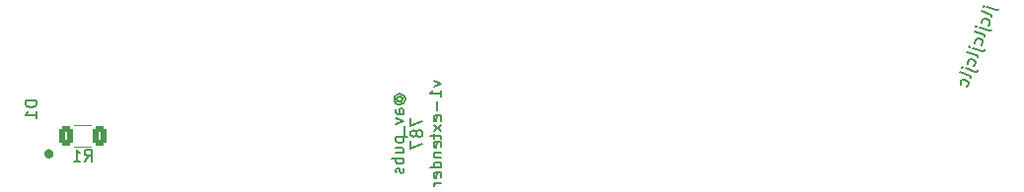
<source format=gbr>
G04 #@! TF.GenerationSoftware,KiCad,Pcbnew,(6.99.0-2452-gdb4f2d9dd8)*
G04 #@! TF.CreationDate,2022-07-21T12:57:02-08:00*
G04 #@! TF.ProjectId,787,3738372e-6b69-4636-9164-5f7063625858,rev?*
G04 #@! TF.SameCoordinates,Original*
G04 #@! TF.FileFunction,Legend,Bot*
G04 #@! TF.FilePolarity,Positive*
%FSLAX46Y46*%
G04 Gerber Fmt 4.6, Leading zero omitted, Abs format (unit mm)*
G04 Created by KiCad (PCBNEW (6.99.0-2452-gdb4f2d9dd8)) date 2022-07-21 12:57:02*
%MOMM*%
%LPD*%
G01*
G04 APERTURE LIST*
G04 Aperture macros list*
%AMRoundRect*
0 Rectangle with rounded corners*
0 $1 Rounding radius*
0 $2 $3 $4 $5 $6 $7 $8 $9 X,Y pos of 4 corners*
0 Add a 4 corners polygon primitive as box body*
4,1,4,$2,$3,$4,$5,$6,$7,$8,$9,$2,$3,0*
0 Add four circle primitives for the rounded corners*
1,1,$1+$1,$2,$3*
1,1,$1+$1,$4,$5*
1,1,$1+$1,$6,$7*
1,1,$1+$1,$8,$9*
0 Add four rect primitives between the rounded corners*
20,1,$1+$1,$2,$3,$4,$5,0*
20,1,$1+$1,$4,$5,$6,$7,0*
20,1,$1+$1,$6,$7,$8,$9,0*
20,1,$1+$1,$8,$9,$2,$3,0*%
%AMHorizOval*
0 Thick line with rounded ends*
0 $1 width*
0 $2 $3 position (X,Y) of the first rounded end (center of the circle)*
0 $4 $5 position (X,Y) of the second rounded end (center of the circle)*
0 Add line between two ends*
20,1,$1,$2,$3,$4,$5,0*
0 Add two circle primitives to create the rounded ends*
1,1,$1,$2,$3*
1,1,$1,$4,$5*%
%AMRotRect*
0 Rectangle, with rotation*
0 The origin of the aperture is its center*
0 $1 length*
0 $2 width*
0 $3 Rotation angle, in degrees counterclockwise*
0 Add horizontal line*
21,1,$1,$2,0,0,$3*%
G04 Aperture macros list end*
%ADD10C,0.150000*%
%ADD11C,0.120000*%
%ADD12C,0.400000*%
%ADD13C,1.600000*%
%ADD14RotRect,1.700000X1.700000X145.000000*%
%ADD15HorizOval,1.700000X0.000000X0.000000X0.000000X0.000000X0*%
%ADD16RotRect,1.700000X1.700000X215.000000*%
%ADD17HorizOval,1.700000X0.000000X0.000000X0.000000X0.000000X0*%
%ADD18R,1.700000X1.700000*%
%ADD19O,1.700000X1.700000*%
%ADD20RoundRect,0.250000X-0.312500X-0.625000X0.312500X-0.625000X0.312500X0.625000X-0.312500X0.625000X0*%
%ADD21R,1.400000X2.600000*%
G04 APERTURE END LIST*
D10*
X131086375Y-103737228D02*
X131896819Y-104016286D01*
X131896819Y-104016286D02*
X132002372Y-104002268D01*
X132002372Y-104002268D02*
X132078403Y-103927722D01*
X132078403Y-103927722D02*
X132093906Y-103882697D01*
X130771202Y-103628705D02*
X130831730Y-103599184D01*
X130831730Y-103599184D02*
X130861251Y-103659711D01*
X130861251Y-103659711D02*
X130800723Y-103689233D01*
X130800723Y-103689233D02*
X130771202Y-103628705D01*
X130771202Y-103628705D02*
X130861251Y-103659711D01*
X131515178Y-104539594D02*
X131501160Y-104434041D01*
X131501160Y-104434041D02*
X131426614Y-104358010D01*
X131426614Y-104358010D02*
X130616170Y-104078951D01*
X131206598Y-105289511D02*
X131282630Y-105214965D01*
X131282630Y-105214965D02*
X131344643Y-105034866D01*
X131344643Y-105034866D02*
X131330624Y-104929313D01*
X131330624Y-104929313D02*
X131301103Y-104868785D01*
X131301103Y-104868785D02*
X131226557Y-104792754D01*
X131226557Y-104792754D02*
X130956409Y-104699735D01*
X130956409Y-104699735D02*
X130850856Y-104713753D01*
X130850856Y-104713753D02*
X130790328Y-104743274D01*
X130790328Y-104743274D02*
X130714297Y-104817820D01*
X130714297Y-104817820D02*
X130652284Y-104997919D01*
X130652284Y-104997919D02*
X130666302Y-105103472D01*
X130481748Y-105493191D02*
X131292193Y-105772249D01*
X131292193Y-105772249D02*
X131397745Y-105758231D01*
X131397745Y-105758231D02*
X131473776Y-105683685D01*
X131473776Y-105683685D02*
X131489280Y-105638660D01*
X130166575Y-105384668D02*
X130227103Y-105355147D01*
X130227103Y-105355147D02*
X130256625Y-105415675D01*
X130256625Y-105415675D02*
X130196097Y-105445196D01*
X130196097Y-105445196D02*
X130166575Y-105384668D01*
X130166575Y-105384668D02*
X130256625Y-105415675D01*
X130910552Y-106295557D02*
X130896534Y-106190004D01*
X130896534Y-106190004D02*
X130821987Y-106113973D01*
X130821987Y-106113973D02*
X130011543Y-105834915D01*
X130601972Y-107045474D02*
X130678003Y-106970928D01*
X130678003Y-106970928D02*
X130740016Y-106790829D01*
X130740016Y-106790829D02*
X130725998Y-106685276D01*
X130725998Y-106685276D02*
X130696476Y-106624748D01*
X130696476Y-106624748D02*
X130621930Y-106548717D01*
X130621930Y-106548717D02*
X130351782Y-106455698D01*
X130351782Y-106455698D02*
X130246229Y-106469716D01*
X130246229Y-106469716D02*
X130185701Y-106499237D01*
X130185701Y-106499237D02*
X130109670Y-106573784D01*
X130109670Y-106573784D02*
X130047657Y-106753882D01*
X130047657Y-106753882D02*
X130061675Y-106859435D01*
X129877121Y-107249154D02*
X130687566Y-107528213D01*
X130687566Y-107528213D02*
X130793119Y-107514194D01*
X130793119Y-107514194D02*
X130869150Y-107439648D01*
X130869150Y-107439648D02*
X130884653Y-107394623D01*
X129561949Y-107140631D02*
X129622477Y-107111110D01*
X129622477Y-107111110D02*
X129651998Y-107171638D01*
X129651998Y-107171638D02*
X129591470Y-107201159D01*
X129591470Y-107201159D02*
X129561949Y-107140631D01*
X129561949Y-107140631D02*
X129651998Y-107171638D01*
X130305925Y-108051520D02*
X130291907Y-107945967D01*
X130291907Y-107945967D02*
X130217361Y-107869936D01*
X130217361Y-107869936D02*
X129406916Y-107590878D01*
X129997345Y-108801437D02*
X130073376Y-108726891D01*
X130073376Y-108726891D02*
X130135389Y-108546792D01*
X130135389Y-108546792D02*
X130121371Y-108441240D01*
X130121371Y-108441240D02*
X130091850Y-108380712D01*
X130091850Y-108380712D02*
X130017303Y-108304680D01*
X130017303Y-108304680D02*
X129747155Y-108211661D01*
X129747155Y-108211661D02*
X129641603Y-108225679D01*
X129641603Y-108225679D02*
X129581075Y-108255201D01*
X129581075Y-108255201D02*
X129505044Y-108329747D01*
X129505044Y-108329747D02*
X129443031Y-108509846D01*
X129443031Y-108509846D02*
X129457049Y-108615398D01*
X129272495Y-109005117D02*
X130082939Y-109284176D01*
X130082939Y-109284176D02*
X130188492Y-109270158D01*
X130188492Y-109270158D02*
X130264523Y-109195611D01*
X130264523Y-109195611D02*
X130280026Y-109150587D01*
X128957322Y-108896595D02*
X129017850Y-108867073D01*
X129017850Y-108867073D02*
X129047371Y-108927601D01*
X129047371Y-108927601D02*
X128986843Y-108957123D01*
X128986843Y-108957123D02*
X128957322Y-108896595D01*
X128957322Y-108896595D02*
X129047371Y-108927601D01*
X129701299Y-109807483D02*
X129687280Y-109701931D01*
X129687280Y-109701931D02*
X129612734Y-109625900D01*
X129612734Y-109625900D02*
X128802290Y-109346841D01*
X129392719Y-110557400D02*
X129468750Y-110482854D01*
X129468750Y-110482854D02*
X129530763Y-110302755D01*
X129530763Y-110302755D02*
X129516744Y-110197203D01*
X129516744Y-110197203D02*
X129487223Y-110136675D01*
X129487223Y-110136675D02*
X129412677Y-110060644D01*
X129412677Y-110060644D02*
X129142529Y-109967624D01*
X129142529Y-109967624D02*
X129036976Y-109981642D01*
X129036976Y-109981642D02*
X128976448Y-110011164D01*
X128976448Y-110011164D02*
X128900417Y-110085710D01*
X128900417Y-110085710D02*
X128838404Y-110265809D01*
X128838404Y-110265809D02*
X128852422Y-110371361D01*
X80566190Y-111838094D02*
X80518571Y-111790475D01*
X80518571Y-111790475D02*
X80470952Y-111695237D01*
X80470952Y-111695237D02*
X80470952Y-111599999D01*
X80470952Y-111599999D02*
X80518571Y-111504761D01*
X80518571Y-111504761D02*
X80566190Y-111457142D01*
X80566190Y-111457142D02*
X80661428Y-111409523D01*
X80661428Y-111409523D02*
X80756666Y-111409523D01*
X80756666Y-111409523D02*
X80851904Y-111457142D01*
X80851904Y-111457142D02*
X80899523Y-111504761D01*
X80899523Y-111504761D02*
X80947142Y-111599999D01*
X80947142Y-111599999D02*
X80947142Y-111695237D01*
X80947142Y-111695237D02*
X80899523Y-111790475D01*
X80899523Y-111790475D02*
X80851904Y-111838094D01*
X80470952Y-111838094D02*
X80851904Y-111838094D01*
X80851904Y-111838094D02*
X80899523Y-111885713D01*
X80899523Y-111885713D02*
X80899523Y-111933332D01*
X80899523Y-111933332D02*
X80851904Y-112028571D01*
X80851904Y-112028571D02*
X80756666Y-112076190D01*
X80756666Y-112076190D02*
X80518571Y-112076190D01*
X80518571Y-112076190D02*
X80375714Y-111980952D01*
X80375714Y-111980952D02*
X80280476Y-111838094D01*
X80280476Y-111838094D02*
X80232857Y-111647618D01*
X80232857Y-111647618D02*
X80280476Y-111457142D01*
X80280476Y-111457142D02*
X80375714Y-111314285D01*
X80375714Y-111314285D02*
X80518571Y-111219047D01*
X80518571Y-111219047D02*
X80709047Y-111171428D01*
X80709047Y-111171428D02*
X80899523Y-111219047D01*
X80899523Y-111219047D02*
X81042380Y-111314285D01*
X81042380Y-111314285D02*
X81137619Y-111457142D01*
X81137619Y-111457142D02*
X81185238Y-111647618D01*
X81185238Y-111647618D02*
X81137619Y-111838094D01*
X81137619Y-111838094D02*
X81042380Y-111980952D01*
X81042380Y-112933332D02*
X80518571Y-112933332D01*
X80518571Y-112933332D02*
X80423333Y-112885713D01*
X80423333Y-112885713D02*
X80375714Y-112790475D01*
X80375714Y-112790475D02*
X80375714Y-112599999D01*
X80375714Y-112599999D02*
X80423333Y-112504761D01*
X80994761Y-112933332D02*
X81042380Y-112838094D01*
X81042380Y-112838094D02*
X81042380Y-112599999D01*
X81042380Y-112599999D02*
X80994761Y-112504761D01*
X80994761Y-112504761D02*
X80899523Y-112457142D01*
X80899523Y-112457142D02*
X80804285Y-112457142D01*
X80804285Y-112457142D02*
X80709047Y-112504761D01*
X80709047Y-112504761D02*
X80661428Y-112599999D01*
X80661428Y-112599999D02*
X80661428Y-112838094D01*
X80661428Y-112838094D02*
X80613809Y-112933332D01*
X80375714Y-113314285D02*
X81042380Y-113552380D01*
X81042380Y-113552380D02*
X80375714Y-113790475D01*
X81137619Y-113933333D02*
X81137619Y-114695237D01*
X80375714Y-114933333D02*
X81375714Y-114933333D01*
X80423333Y-114933333D02*
X80375714Y-115028571D01*
X80375714Y-115028571D02*
X80375714Y-115219047D01*
X80375714Y-115219047D02*
X80423333Y-115314285D01*
X80423333Y-115314285D02*
X80470952Y-115361904D01*
X80470952Y-115361904D02*
X80566190Y-115409523D01*
X80566190Y-115409523D02*
X80851904Y-115409523D01*
X80851904Y-115409523D02*
X80947142Y-115361904D01*
X80947142Y-115361904D02*
X80994761Y-115314285D01*
X80994761Y-115314285D02*
X81042380Y-115219047D01*
X81042380Y-115219047D02*
X81042380Y-115028571D01*
X81042380Y-115028571D02*
X80994761Y-114933333D01*
X80375714Y-116266666D02*
X81042380Y-116266666D01*
X80375714Y-115838095D02*
X80899523Y-115838095D01*
X80899523Y-115838095D02*
X80994761Y-115885714D01*
X80994761Y-115885714D02*
X81042380Y-115980952D01*
X81042380Y-115980952D02*
X81042380Y-116123809D01*
X81042380Y-116123809D02*
X80994761Y-116219047D01*
X80994761Y-116219047D02*
X80947142Y-116266666D01*
X81042380Y-116742857D02*
X80042380Y-116742857D01*
X80423333Y-116742857D02*
X80375714Y-116838095D01*
X80375714Y-116838095D02*
X80375714Y-117028571D01*
X80375714Y-117028571D02*
X80423333Y-117123809D01*
X80423333Y-117123809D02*
X80470952Y-117171428D01*
X80470952Y-117171428D02*
X80566190Y-117219047D01*
X80566190Y-117219047D02*
X80851904Y-117219047D01*
X80851904Y-117219047D02*
X80947142Y-117171428D01*
X80947142Y-117171428D02*
X80994761Y-117123809D01*
X80994761Y-117123809D02*
X81042380Y-117028571D01*
X81042380Y-117028571D02*
X81042380Y-116838095D01*
X81042380Y-116838095D02*
X80994761Y-116742857D01*
X80994761Y-117600000D02*
X81042380Y-117695238D01*
X81042380Y-117695238D02*
X81042380Y-117885714D01*
X81042380Y-117885714D02*
X80994761Y-117980952D01*
X80994761Y-117980952D02*
X80899523Y-118028571D01*
X80899523Y-118028571D02*
X80851904Y-118028571D01*
X80851904Y-118028571D02*
X80756666Y-117980952D01*
X80756666Y-117980952D02*
X80709047Y-117885714D01*
X80709047Y-117885714D02*
X80709047Y-117742857D01*
X80709047Y-117742857D02*
X80661428Y-117647619D01*
X80661428Y-117647619D02*
X80566190Y-117600000D01*
X80566190Y-117600000D02*
X80518571Y-117600000D01*
X80518571Y-117600000D02*
X80423333Y-117647619D01*
X80423333Y-117647619D02*
X80375714Y-117742857D01*
X80375714Y-117742857D02*
X80375714Y-117885714D01*
X80375714Y-117885714D02*
X80423333Y-117980952D01*
X81662380Y-113314286D02*
X81662380Y-113980952D01*
X81662380Y-113980952D02*
X82662380Y-113552381D01*
X82090952Y-114504762D02*
X82043333Y-114409524D01*
X82043333Y-114409524D02*
X81995714Y-114361905D01*
X81995714Y-114361905D02*
X81900476Y-114314286D01*
X81900476Y-114314286D02*
X81852857Y-114314286D01*
X81852857Y-114314286D02*
X81757619Y-114361905D01*
X81757619Y-114361905D02*
X81710000Y-114409524D01*
X81710000Y-114409524D02*
X81662380Y-114504762D01*
X81662380Y-114504762D02*
X81662380Y-114695238D01*
X81662380Y-114695238D02*
X81710000Y-114790476D01*
X81710000Y-114790476D02*
X81757619Y-114838095D01*
X81757619Y-114838095D02*
X81852857Y-114885714D01*
X81852857Y-114885714D02*
X81900476Y-114885714D01*
X81900476Y-114885714D02*
X81995714Y-114838095D01*
X81995714Y-114838095D02*
X82043333Y-114790476D01*
X82043333Y-114790476D02*
X82090952Y-114695238D01*
X82090952Y-114695238D02*
X82090952Y-114504762D01*
X82090952Y-114504762D02*
X82138571Y-114409524D01*
X82138571Y-114409524D02*
X82186190Y-114361905D01*
X82186190Y-114361905D02*
X82281428Y-114314286D01*
X82281428Y-114314286D02*
X82471904Y-114314286D01*
X82471904Y-114314286D02*
X82567142Y-114361905D01*
X82567142Y-114361905D02*
X82614761Y-114409524D01*
X82614761Y-114409524D02*
X82662380Y-114504762D01*
X82662380Y-114504762D02*
X82662380Y-114695238D01*
X82662380Y-114695238D02*
X82614761Y-114790476D01*
X82614761Y-114790476D02*
X82567142Y-114838095D01*
X82567142Y-114838095D02*
X82471904Y-114885714D01*
X82471904Y-114885714D02*
X82281428Y-114885714D01*
X82281428Y-114885714D02*
X82186190Y-114838095D01*
X82186190Y-114838095D02*
X82138571Y-114790476D01*
X82138571Y-114790476D02*
X82090952Y-114695238D01*
X81662380Y-115219048D02*
X81662380Y-115885714D01*
X81662380Y-115885714D02*
X82662380Y-115457143D01*
X83615714Y-110076190D02*
X84282380Y-110314285D01*
X84282380Y-110314285D02*
X83615714Y-110552380D01*
X84282380Y-111457142D02*
X84282380Y-110885714D01*
X84282380Y-111171428D02*
X83282380Y-111171428D01*
X83282380Y-111171428D02*
X83425238Y-111076190D01*
X83425238Y-111076190D02*
X83520476Y-110980952D01*
X83520476Y-110980952D02*
X83568095Y-110885714D01*
X83901428Y-111885714D02*
X83901428Y-112647619D01*
X84234761Y-113504761D02*
X84282380Y-113409523D01*
X84282380Y-113409523D02*
X84282380Y-113219047D01*
X84282380Y-113219047D02*
X84234761Y-113123809D01*
X84234761Y-113123809D02*
X84139523Y-113076190D01*
X84139523Y-113076190D02*
X83758571Y-113076190D01*
X83758571Y-113076190D02*
X83663333Y-113123809D01*
X83663333Y-113123809D02*
X83615714Y-113219047D01*
X83615714Y-113219047D02*
X83615714Y-113409523D01*
X83615714Y-113409523D02*
X83663333Y-113504761D01*
X83663333Y-113504761D02*
X83758571Y-113552380D01*
X83758571Y-113552380D02*
X83853809Y-113552380D01*
X83853809Y-113552380D02*
X83949047Y-113076190D01*
X84282380Y-113885714D02*
X83615714Y-114409523D01*
X83615714Y-113885714D02*
X84282380Y-114409523D01*
X83615714Y-114647619D02*
X83615714Y-115028571D01*
X83282380Y-114790476D02*
X84139523Y-114790476D01*
X84139523Y-114790476D02*
X84234761Y-114838095D01*
X84234761Y-114838095D02*
X84282380Y-114933333D01*
X84282380Y-114933333D02*
X84282380Y-115028571D01*
X84234761Y-115742857D02*
X84282380Y-115647619D01*
X84282380Y-115647619D02*
X84282380Y-115457143D01*
X84282380Y-115457143D02*
X84234761Y-115361905D01*
X84234761Y-115361905D02*
X84139523Y-115314286D01*
X84139523Y-115314286D02*
X83758571Y-115314286D01*
X83758571Y-115314286D02*
X83663333Y-115361905D01*
X83663333Y-115361905D02*
X83615714Y-115457143D01*
X83615714Y-115457143D02*
X83615714Y-115647619D01*
X83615714Y-115647619D02*
X83663333Y-115742857D01*
X83663333Y-115742857D02*
X83758571Y-115790476D01*
X83758571Y-115790476D02*
X83853809Y-115790476D01*
X83853809Y-115790476D02*
X83949047Y-115314286D01*
X83615714Y-116219048D02*
X84282380Y-116219048D01*
X83710952Y-116219048D02*
X83663333Y-116266667D01*
X83663333Y-116266667D02*
X83615714Y-116361905D01*
X83615714Y-116361905D02*
X83615714Y-116504762D01*
X83615714Y-116504762D02*
X83663333Y-116600000D01*
X83663333Y-116600000D02*
X83758571Y-116647619D01*
X83758571Y-116647619D02*
X84282380Y-116647619D01*
X84282380Y-117552381D02*
X83282380Y-117552381D01*
X84234761Y-117552381D02*
X84282380Y-117457143D01*
X84282380Y-117457143D02*
X84282380Y-117266667D01*
X84282380Y-117266667D02*
X84234761Y-117171429D01*
X84234761Y-117171429D02*
X84187142Y-117123810D01*
X84187142Y-117123810D02*
X84091904Y-117076191D01*
X84091904Y-117076191D02*
X83806190Y-117076191D01*
X83806190Y-117076191D02*
X83710952Y-117123810D01*
X83710952Y-117123810D02*
X83663333Y-117171429D01*
X83663333Y-117171429D02*
X83615714Y-117266667D01*
X83615714Y-117266667D02*
X83615714Y-117457143D01*
X83615714Y-117457143D02*
X83663333Y-117552381D01*
X84234761Y-118409524D02*
X84282380Y-118314286D01*
X84282380Y-118314286D02*
X84282380Y-118123810D01*
X84282380Y-118123810D02*
X84234761Y-118028572D01*
X84234761Y-118028572D02*
X84139523Y-117980953D01*
X84139523Y-117980953D02*
X83758571Y-117980953D01*
X83758571Y-117980953D02*
X83663333Y-118028572D01*
X83663333Y-118028572D02*
X83615714Y-118123810D01*
X83615714Y-118123810D02*
X83615714Y-118314286D01*
X83615714Y-118314286D02*
X83663333Y-118409524D01*
X83663333Y-118409524D02*
X83758571Y-118457143D01*
X83758571Y-118457143D02*
X83853809Y-118457143D01*
X83853809Y-118457143D02*
X83949047Y-117980953D01*
X84282380Y-118885715D02*
X83615714Y-118885715D01*
X83806190Y-118885715D02*
X83710952Y-118933334D01*
X83710952Y-118933334D02*
X83663333Y-118980953D01*
X83663333Y-118980953D02*
X83615714Y-119076191D01*
X83615714Y-119076191D02*
X83615714Y-119171429D01*
X53666666Y-116987380D02*
X53999999Y-116511190D01*
X54238094Y-116987380D02*
X54238094Y-115987380D01*
X54238094Y-115987380D02*
X53857142Y-115987380D01*
X53857142Y-115987380D02*
X53761904Y-116035000D01*
X53761904Y-116035000D02*
X53714285Y-116082619D01*
X53714285Y-116082619D02*
X53666666Y-116177857D01*
X53666666Y-116177857D02*
X53666666Y-116320714D01*
X53666666Y-116320714D02*
X53714285Y-116415952D01*
X53714285Y-116415952D02*
X53761904Y-116463571D01*
X53761904Y-116463571D02*
X53857142Y-116511190D01*
X53857142Y-116511190D02*
X54238094Y-116511190D01*
X52714285Y-116987380D02*
X53285713Y-116987380D01*
X52999999Y-116987380D02*
X52999999Y-115987380D01*
X52999999Y-115987380D02*
X53095237Y-116130238D01*
X53095237Y-116130238D02*
X53190475Y-116225476D01*
X53190475Y-116225476D02*
X53285713Y-116273095D01*
X49567380Y-111761905D02*
X48567380Y-111761905D01*
X48567380Y-111761905D02*
X48567380Y-112000000D01*
X48567380Y-112000000D02*
X48615000Y-112142857D01*
X48615000Y-112142857D02*
X48710238Y-112238095D01*
X48710238Y-112238095D02*
X48805476Y-112285714D01*
X48805476Y-112285714D02*
X48995952Y-112333333D01*
X48995952Y-112333333D02*
X49138809Y-112333333D01*
X49138809Y-112333333D02*
X49329285Y-112285714D01*
X49329285Y-112285714D02*
X49424523Y-112238095D01*
X49424523Y-112238095D02*
X49519761Y-112142857D01*
X49519761Y-112142857D02*
X49567380Y-112000000D01*
X49567380Y-112000000D02*
X49567380Y-111761905D01*
X49567380Y-113285714D02*
X49567380Y-112714286D01*
X49567380Y-113000000D02*
X48567380Y-113000000D01*
X48567380Y-113000000D02*
X48710238Y-112904762D01*
X48710238Y-112904762D02*
X48805476Y-112809524D01*
X48805476Y-112809524D02*
X48853095Y-112714286D01*
D11*
X52772936Y-113890000D02*
X54227064Y-113890000D01*
X52772936Y-115710000D02*
X54227064Y-115710000D01*
D12*
X50798240Y-116362100D02*
G75*
G03*
X50798240Y-116362100I-200000J0D01*
G01*
%LPC*%
D13*
X47715240Y-114942140D02*
G75*
G03*
X47715240Y-114942140I-800000J0D01*
G01*
D14*
X91569702Y-85352203D03*
D15*
X93650348Y-86809087D03*
X93026586Y-83271557D03*
X95107232Y-84728441D03*
X94483470Y-81190911D03*
X96564116Y-82647795D03*
D16*
X94416560Y-148280645D03*
D17*
X96497206Y-146823761D03*
X92959676Y-146199999D03*
X95040322Y-144743115D03*
X91502792Y-144119353D03*
X93583438Y-142662468D03*
D18*
X105599999Y-113499999D03*
D19*
X105599999Y-116039999D03*
X108139999Y-113499999D03*
X108139999Y-116039999D03*
X110679999Y-113499999D03*
X110679999Y-116039999D03*
D20*
X52037500Y-114800000D03*
X54962500Y-114800000D03*
D21*
X49499999Y-114799999D03*
X44299999Y-114799999D03*
M02*

</source>
